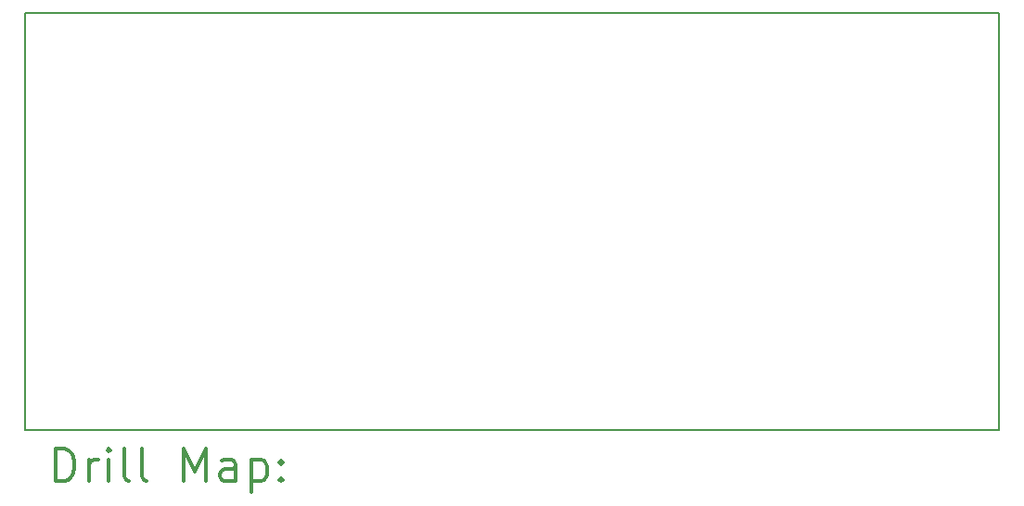
<source format=gbr>
%FSLAX45Y45*%
G04 Gerber Fmt 4.5, Leading zero omitted, Abs format (unit mm)*
G04 Created by KiCad (PCBNEW (5.1.10)-1) date 2021-05-21 10:06:27*
%MOMM*%
%LPD*%
G01*
G04 APERTURE LIST*
%TA.AperFunction,Profile*%
%ADD10C,0.150000*%
%TD*%
%ADD11C,0.200000*%
%ADD12C,0.300000*%
G04 APERTURE END LIST*
D10*
X19177000Y-12192000D02*
X10287000Y-12192000D01*
X19177000Y-8382000D02*
X19177000Y-12192000D01*
X10287000Y-8382000D02*
X19177000Y-8382000D01*
X10287000Y-12192000D02*
X10287000Y-8382000D01*
D11*
D12*
X10565928Y-12665214D02*
X10565928Y-12365214D01*
X10637357Y-12365214D01*
X10680214Y-12379500D01*
X10708786Y-12408071D01*
X10723071Y-12436643D01*
X10737357Y-12493786D01*
X10737357Y-12536643D01*
X10723071Y-12593786D01*
X10708786Y-12622357D01*
X10680214Y-12650929D01*
X10637357Y-12665214D01*
X10565928Y-12665214D01*
X10865928Y-12665214D02*
X10865928Y-12465214D01*
X10865928Y-12522357D02*
X10880214Y-12493786D01*
X10894500Y-12479500D01*
X10923071Y-12465214D01*
X10951643Y-12465214D01*
X11051643Y-12665214D02*
X11051643Y-12465214D01*
X11051643Y-12365214D02*
X11037357Y-12379500D01*
X11051643Y-12393786D01*
X11065928Y-12379500D01*
X11051643Y-12365214D01*
X11051643Y-12393786D01*
X11237357Y-12665214D02*
X11208786Y-12650929D01*
X11194500Y-12622357D01*
X11194500Y-12365214D01*
X11394500Y-12665214D02*
X11365928Y-12650929D01*
X11351643Y-12622357D01*
X11351643Y-12365214D01*
X11737357Y-12665214D02*
X11737357Y-12365214D01*
X11837357Y-12579500D01*
X11937357Y-12365214D01*
X11937357Y-12665214D01*
X12208786Y-12665214D02*
X12208786Y-12508071D01*
X12194500Y-12479500D01*
X12165928Y-12465214D01*
X12108786Y-12465214D01*
X12080214Y-12479500D01*
X12208786Y-12650929D02*
X12180214Y-12665214D01*
X12108786Y-12665214D01*
X12080214Y-12650929D01*
X12065928Y-12622357D01*
X12065928Y-12593786D01*
X12080214Y-12565214D01*
X12108786Y-12550929D01*
X12180214Y-12550929D01*
X12208786Y-12536643D01*
X12351643Y-12465214D02*
X12351643Y-12765214D01*
X12351643Y-12479500D02*
X12380214Y-12465214D01*
X12437357Y-12465214D01*
X12465928Y-12479500D01*
X12480214Y-12493786D01*
X12494500Y-12522357D01*
X12494500Y-12608071D01*
X12480214Y-12636643D01*
X12465928Y-12650929D01*
X12437357Y-12665214D01*
X12380214Y-12665214D01*
X12351643Y-12650929D01*
X12623071Y-12636643D02*
X12637357Y-12650929D01*
X12623071Y-12665214D01*
X12608786Y-12650929D01*
X12623071Y-12636643D01*
X12623071Y-12665214D01*
X12623071Y-12479500D02*
X12637357Y-12493786D01*
X12623071Y-12508071D01*
X12608786Y-12493786D01*
X12623071Y-12479500D01*
X12623071Y-12508071D01*
M02*

</source>
